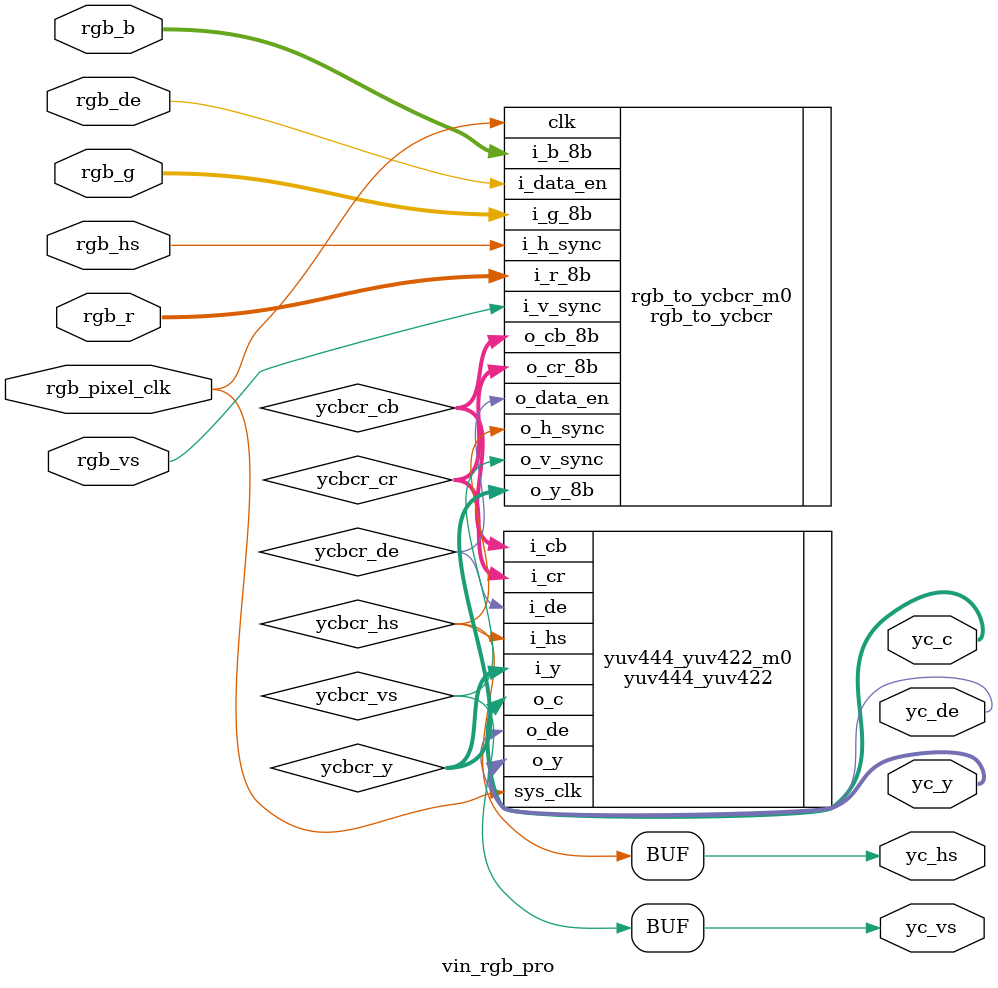
<source format=v>
module vin_rgb_pro(
	input rgb_pixel_clk,
	input rgb_hs,
	input rgb_vs,
	input rgb_de,
	input[7:0] rgb_r,
	input[7:0] rgb_g,
	input[7:0] rgb_b,
	
	output yc_de,
	output yc_hs,
	output yc_vs,
	output[7:0] yc_y,
	output[7:0] yc_c
);
wire ycbcr_hs;
wire ycbcr_vs;
wire ycbcr_de;
wire[7:0] ycbcr_y;
wire[7:0] ycbcr_cb;
wire[7:0] ycbcr_cr;
assign yc_hs = ycbcr_hs;
assign yc_vs = ycbcr_vs;
rgb_to_ycbcr rgb_to_ycbcr_m0(
	.clk(rgb_pixel_clk),
	.i_r_8b(rgb_r),
	.i_g_8b(rgb_g),
	.i_b_8b(rgb_b),
 					
	.i_h_sync(rgb_hs),
	.i_v_sync(rgb_vs),
	.i_data_en(rgb_de),
						
	.o_y_8b(ycbcr_y),
	.o_cb_8b(ycbcr_cb),
	.o_cr_8b(ycbcr_cr),
						
	.o_h_sync(ycbcr_hs),
	.o_v_sync(ycbcr_vs), 
	.o_data_en(ycbcr_de)
);

yuv444_yuv422 yuv444_yuv422_m0(
	.sys_clk(rgb_pixel_clk),
	.i_hs(ycbcr_hs),
	//.i_vs(ycbcr_vs),
	.i_de(ycbcr_de),
	.i_y(ycbcr_y),
	.i_cb(ycbcr_cb),
	.i_cr(ycbcr_cr),
	// output o_hs,
	// output o_vs,
	.o_de(yc_de),
	.o_y(yc_y),
	.o_c(yc_c)
);
endmodule 
</source>
